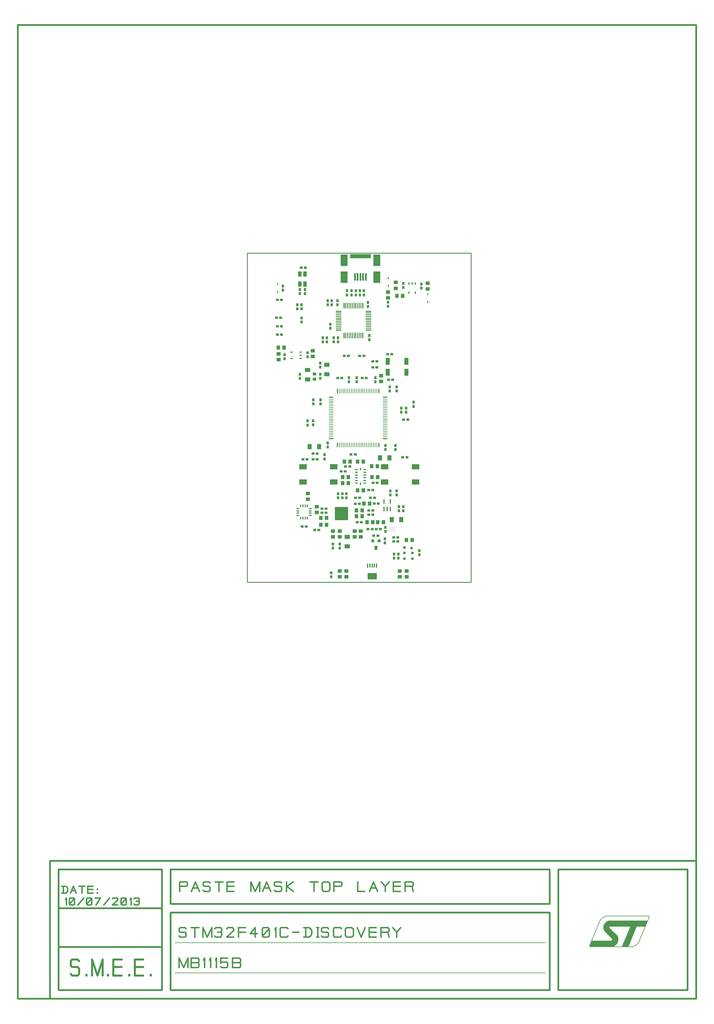
<source format=gbr>
G70*
%FSLAX55Y55*%
%ADD11C,0.01000*%
%ADD12C,0.00800*%
%ADD13C,0.02000*%
%ADD14R,0.03700X0.03000*%
%ADD15R,0.04724X0.04331*%
%ADD16R,0.01772X0.02362*%
%ADD17R,0.03000X0.03700*%
%ADD18R,0.04331X0.04724*%
%ADD19R,0.03000X0.01600*%
%ADD20O,0.03740X0.01181*%
%ADD21O,0.01181X0.03740*%
%ADD22R,0.08504X0.05984*%
%ADD23R,0.01968X0.00393*%
%ADD24R,0.00393X0.01968*%
%ADD25R,0.15354X0.15354*%
%ADD26R,0.06000X0.05000*%
%ADD27R,0.01600X0.03000*%
%ADD28C,0.00866*%
%ADD29R,0.01772X0.05315*%
%ADD30R,0.01181X0.04921*%
%ADD31R,0.10630X0.07480*%
%ADD32R,0.05000X0.06000*%
%ADD33O,0.07100X0.01013*%
%ADD34O,0.07100X0.01000*%
%ADD35O,0.01013X0.07100*%
%ADD36O,0.01000X0.07100*%
%ADD37C,0.03150*%
%ADD38R,0.04000X0.03500*%
%ADD39R,0.04331X0.05906*%
%ADD40R,0.05118X0.07874*%
%ADD41R,0.02000X0.09055*%
%ADD42R,0.07874X0.13780*%
%ADD43R,0.24409X0.04724*%
%ADD44R,0.03600X0.03600*%
%ADD45R,0.03600X0.05000*%
%ADD46O,0.01206X0.05606*%
%ADD47O,0.00406X0.05606*%
%ADD48O,0.05606X0.01206*%
%ADD49O,0.05606X0.00406*%
%ADD50C,0.01500*%
%ADD51C,0.02480*%
%ADD52C,0.01575*%
D11*
X285837Y503106D02*
X545679Y503106D01*
X545679Y884995*
X285837Y884995*
X285837Y503106*
D12*
G36*
X685758Y86846D02*
X708712Y86856D01*
X709758Y88946*
X700758Y97946*
X699558Y100646*
X699558Y103946*
X699858Y105146*
X701058Y107246*
X702258Y108446*
X703758Y109346*
X705558Y109946*
X707658Y110246*
X750258Y110246*
X747858Y103946*
X747558Y103646*
X737658Y103646*
X728058Y80846*
X721158Y80846*
X730458Y102746*
X730458Y103646*
X706758Y103646*
X706158Y103346*
X705858Y102746*
X705858Y101846*
X706158Y101546*
X714858Y93146*
X715758Y91646*
X716058Y90146*
X716358Y89846*
X716358Y87146*
G75*
G02X711558Y80846I-08949J01839*
G01X683358Y80846*
X683358Y81446*
X685458Y86546*
X685758Y86846*
G37*
X708712Y86856*
X709758Y88946*
X700758Y97946*
X699558Y100646*
X699558Y103946*
X699858Y105146*
X701058Y107246*
X702258Y108446*
X703758Y109346*
X705558Y109946*
X707658Y110246*
X750258Y110246*
X747858Y103946*
X747558Y103646*
X737658Y103646*
X728058Y80846*
X721158Y80846*
X730458Y102746*
X730458Y103646*
X706758Y103646*
X706158Y103346*
X705858Y102746*
X705858Y101846*
X706158Y101546*
X714858Y93146*
X715758Y91646*
X716058Y90146*
X716358Y89846*
X716358Y87146*
G75*
G02X711558Y80846I-08949J01839*
G01X683358Y80846*
X683358Y81446*
X685458Y86546*
X685758Y86846*
X202005Y49738D02*
X632005Y49738D01*
D13*
X197005Y129738D02*
X637005Y129738D01*
X67005Y29738D02*
X187005Y29738D01*
D12*
X202005Y84738D02*
X632005Y84738D01*
D13*
X197005Y119738D02*
X637005Y119738D01*
D12*
X683958Y80246D02*
X683358Y80846D01*
X683358Y81446*
X695358Y110546*
G75*
G02X701958Y115646I08543J-04235*
G01X751758Y115646*
X752058Y115346*
X752058Y114146*
X740058Y85346*
G75*
G02X733458Y80246I-08825J04600*
G01X683958Y80246*
D13*
X637005Y129738D02*
X637005Y169738D01*
X57005Y179738D02*
X807005Y179738D01*
X67005Y124738D02*
X187005Y124738D01*
X67005Y169738D02*
X187005Y169738D01*
X197005Y169738D02*
X637005Y169738D01*
X197005Y29738D02*
X197005Y119738D01*
X197005Y129738D02*
X197005Y169738D01*
X67005Y29738D02*
X67005Y169738D01*
X637005Y29738D02*
X637005Y119738D01*
X647005Y169738D02*
X797005Y169738D01*
X647005Y29738D02*
X797005Y29738D01*
X19604Y19738D02*
X19604Y1149659D01*
X19604Y19738D02*
X807005Y19738D01*
X57005Y19738D02*
X57005Y179738D01*
X187005Y29738D02*
X187005Y169738D01*
X647005Y29738D02*
X647005Y169738D01*
X797005Y29738D02*
X797005Y169738D01*
X67005Y79738D02*
X187005Y79738D01*
X807005Y19738D02*
X807005Y1149659D01*
X197005Y29738D02*
X637005Y29738D01*
X19604Y1149659D02*
X807005Y1149659D01*
D14*
X431506Y586570D03*
X426782Y586570D03*
D15*
X393120Y562358D03*
X393120Y555665D03*
D16*
X449616Y847031D03*
X449616Y856031D03*
D17*
X391152Y782043D03*
X391152Y786767D03*
D18*
X420679Y609798D03*
X413986Y609798D03*
D14*
X471073Y647987D03*
X466349Y647987D03*
D17*
X451978Y609011D03*
X451978Y604287D03*
X406703Y841294D03*
X406703Y836570D03*
D14*
X472057Y691688D03*
X467333Y691688D03*
D15*
X356112Y606255D03*
X356112Y599562D03*
X385246Y562358D03*
X385246Y555665D03*
D14*
X348435Y868066D03*
X353160Y868066D03*
X428750Y601137D03*
X433474Y601137D03*
D19*
X347845Y762751D03*
X347845Y766491D03*
X347845Y770232D03*
X337215Y770232D03*
X337215Y762751D03*
D14*
X320876Y800153D03*
X325600Y800153D03*
D15*
X410640Y555665D03*
X410640Y562358D03*
D20*
X412608Y633814D03*
X412608Y630665D03*
X412608Y627515D03*
X412608Y624365D03*
X412608Y621216D03*
X412608Y618066D03*
D21*
X417333Y617279D03*
D20*
X422057Y618066D03*
X422057Y621216D03*
X422057Y624365D03*
X422057Y627515D03*
X422057Y630665D03*
X422057Y633814D03*
D21*
X417333Y634602D03*
D17*
X385246Y547594D03*
X385246Y542869D03*
D18*
X321860Y775546D03*
X328553Y775546D03*
D17*
X412805Y735783D03*
X412805Y740507D03*
D14*
X431506Y581452D03*
X426782Y581452D03*
D15*
X322254Y761373D03*
X322254Y768066D03*
D17*
X362608Y714917D03*
X362608Y710192D03*
X421270Y841294D03*
X421270Y836570D03*
D18*
X396663Y618066D03*
X403356Y618066D03*
X437215Y572791D03*
X443908Y572791D03*
D17*
X464577Y705074D03*
X464577Y700350D03*
D14*
X435443Y564917D03*
X440167Y564917D03*
X320876Y790310D03*
X325600Y790310D03*
D17*
X403947Y740507D03*
X403947Y735783D03*
X378356Y782043D03*
X378356Y786767D03*
X445482Y553499D03*
X445482Y548775D03*
X391152Y605665D03*
X391152Y600940D03*
D18*
X419104Y586570D03*
X412411Y586570D03*
D17*
X425994Y827909D03*
X425994Y823184D03*
X457884Y657043D03*
X457884Y661767D03*
D18*
X421073Y594444D03*
X427766Y594444D03*
D14*
X418120Y572791D03*
X413396Y572791D03*
D22*
X445245Y637054D03*
X445245Y619337D03*
X481071Y619337D03*
X481071Y637054D03*
D17*
X485640Y534995D03*
X485640Y539720D03*
X466939Y845035D03*
X466939Y849759D03*
D23*
X383790Y591491D03*
X383790Y589523D03*
X383790Y587554D03*
X383790Y585586D03*
X383790Y583617D03*
X383790Y581649D03*
X383790Y579680D03*
X383790Y577712D03*
X383790Y575743D03*
X383790Y573775D03*
D24*
X386231Y571334D03*
X388199Y571334D03*
X390168Y571334D03*
X392136Y571334D03*
X394105Y571334D03*
X396073Y571334D03*
X398042Y571334D03*
X400010Y571334D03*
X401979Y571334D03*
X403947Y571334D03*
D23*
X406388Y573775D03*
X406388Y575743D03*
X406388Y577712D03*
X406388Y579680D03*
X406388Y581649D03*
X406388Y583617D03*
X406388Y585586D03*
X406388Y587554D03*
X406388Y589523D03*
X406388Y591491D03*
D24*
X403947Y593932D03*
X401979Y593932D03*
X400010Y593932D03*
X398042Y593932D03*
X396073Y593932D03*
X394105Y593932D03*
X392136Y593932D03*
X390168Y593932D03*
X388199Y593932D03*
X386231Y593932D03*
D25*
X395089Y582633D03*
D17*
X346860Y838145D03*
X346860Y842869D03*
X461034Y535783D03*
X461034Y531058D03*
D21*
X355620Y591688D03*
X353061Y591688D03*
X350502Y591688D03*
X347943Y591688D03*
D20*
X344695Y588440D03*
X344695Y585881D03*
X344695Y583322D03*
X344695Y580763D03*
D21*
X347943Y577515D03*
X350502Y577515D03*
X353061Y577515D03*
X355620Y577515D03*
D20*
X358868Y580763D03*
X358868Y583322D03*
X358868Y585881D03*
X358868Y588440D03*
D14*
X320876Y830665D03*
X325600Y830665D03*
D17*
X400994Y605665D03*
X400994Y600940D03*
D26*
X378356Y744456D03*
X378356Y755456D03*
D27*
X480911Y849842D03*
X477171Y849842D03*
X473431Y849842D03*
X473431Y839212D03*
X480911Y839212D03*
D14*
X390758Y740113D03*
X395482Y740113D03*
X416349Y765704D03*
X421073Y765704D03*
X377175Y588539D03*
X372451Y588539D03*
D26*
X355719Y738550D03*
X355719Y749550D03*
D18*
X424813Y572791D03*
X431506Y572791D03*
D28*
X450797Y564031D03*
X450797Y565999D03*
X452766Y562062D03*
X452766Y564031D03*
X452766Y565999D03*
X454734Y562062D03*
X454734Y564031D03*
X454734Y565999D03*
X456703Y562062D03*
X456703Y564031D03*
X456703Y565999D03*
D29*
X444498Y588243D03*
X448238Y588243D03*
X451978Y588243D03*
X451978Y596708D03*
X444498Y596708D03*
D14*
X433081Y594444D03*
X437805Y594444D03*
D30*
X435876Y522595D03*
X433317Y522595D03*
X430758Y522595D03*
X428199Y522595D03*
X425640Y522595D03*
D31*
X430758Y509997D03*
D14*
X411427Y601137D03*
X416152Y601137D03*
D17*
X459065Y729680D03*
X459065Y724956D03*
D18*
X430522Y625153D03*
X437215Y625153D03*
D15*
X441349Y735979D03*
X441349Y742672D03*
D18*
X413986Y643263D03*
X420679Y643263D03*
D17*
X383278Y514129D03*
X383278Y509405D03*
D18*
X419104Y579680D03*
X412411Y579680D03*
D17*
X327175Y846806D03*
X327175Y842082D03*
X348829Y820428D03*
X348829Y825153D03*
X379144Y829877D03*
X379144Y825153D03*
D15*
X495286Y843460D03*
X495286Y850153D03*
D17*
X393120Y542869D03*
X393120Y547594D03*
X370482Y744444D03*
X370482Y739720D03*
X461821Y586176D03*
X461821Y590901D03*
D18*
X377766Y577712D03*
X371073Y577712D03*
D14*
X399616Y631846D03*
X394892Y631846D03*
D17*
X355719Y690310D03*
X355719Y685586D03*
X478750Y707239D03*
X478750Y711964D03*
X446073Y562161D03*
X446073Y566885D03*
X451191Y729680D03*
X451191Y724956D03*
D16*
X321270Y839944D03*
X321270Y848944D03*
D17*
X383868Y829877D03*
X383868Y825153D03*
X459065Y609011D03*
X459065Y604287D03*
D32*
X369093Y660389D03*
X358093Y660389D03*
D33*
X391742Y817476D03*
D34*
X391742Y815507D03*
X391742Y813539D03*
X391742Y811570D03*
X391742Y809602D03*
X391742Y807633D03*
X391742Y805665D03*
X391742Y803696D03*
X391742Y801728D03*
X391742Y799759D03*
X391742Y797791D03*
D33*
X391742Y795822D03*
D35*
X398238Y789326D03*
D36*
X400207Y789326D03*
X402175Y789326D03*
X404144Y789326D03*
X406112Y789326D03*
X408081Y789326D03*
X410049Y789326D03*
X412018Y789326D03*
X413986Y789326D03*
X415955Y789326D03*
X417923Y789326D03*
D35*
X419892Y789326D03*
D33*
X426388Y795822D03*
D34*
X426388Y797791D03*
X426388Y799759D03*
X426388Y801728D03*
X426388Y803696D03*
X426388Y805665D03*
X426388Y807633D03*
X426388Y809602D03*
X426388Y811570D03*
X426388Y813539D03*
X426388Y815507D03*
D33*
X426388Y817475D03*
D35*
X419892Y823972D03*
D36*
X417923Y823972D03*
X415955Y823972D03*
X413986Y823972D03*
X412018Y823972D03*
X410049Y823972D03*
X408081Y823972D03*
X406112Y823972D03*
X404144Y823972D03*
X402175Y823972D03*
X400207Y823972D03*
D35*
X398238Y823972D03*
D14*
X411034Y651531D03*
X406309Y651531D03*
D17*
X373435Y786767D03*
X373435Y782043D03*
X382293Y802515D03*
X382293Y797791D03*
D14*
X455719Y555074D03*
X460443Y555074D03*
D32*
X453565Y575743D03*
X464565Y575743D03*
D18*
X377766Y569838D03*
X371073Y569838D03*
D14*
X426782Y610192D03*
X431506Y610192D03*
D17*
X411821Y841294D03*
X411821Y836570D03*
X352766Y838145D03*
X352766Y842869D03*
D18*
X398632Y643263D03*
X405325Y643263D03*
D17*
X401585Y841294D03*
X401585Y836570D03*
X487805Y849169D03*
X487805Y844444D03*
D37*
X468132Y543491D03*
X468132Y536995D03*
X468132Y530499D03*
X477384Y530499D03*
X477384Y536995D03*
X476557Y542704D03*
D15*
X417530Y555665D03*
X417530Y562358D03*
D17*
X434459Y740507D03*
X434459Y735783D03*
D14*
X372451Y583617D03*
X377175Y583617D03*
D16*
X495286Y837527D03*
X495286Y828527D03*
D17*
X470089Y705074D03*
X470089Y700350D03*
D18*
X430128Y637751D03*
X436821Y637751D03*
D17*
X466939Y590901D03*
X466939Y586176D03*
D14*
X419146Y739995D03*
X423870Y739995D03*
X366939Y645625D03*
X362215Y645625D03*
D15*
X458278Y844247D03*
X458278Y850940D03*
D14*
X319892Y809995D03*
X324616Y809995D03*
D17*
X370482Y757436D03*
X370482Y752712D03*
X355758Y769357D03*
X355758Y764633D03*
D15*
X361821Y771806D03*
X361821Y765113D03*
D17*
X348829Y809798D03*
X348829Y805074D03*
D14*
X400010Y637357D03*
X404734Y637357D03*
X448829Y767672D03*
X453553Y767672D03*
D18*
X459656Y835586D03*
X466349Y835586D03*
D26*
X401978Y555653D03*
X401978Y544653D03*
D17*
X343908Y825153D03*
X343908Y820428D03*
X370876Y714917D03*
X370876Y710192D03*
D14*
X431506Y752318D03*
X436230Y752318D03*
D38*
X363816Y744925D03*
X363816Y738925D03*
D17*
X446270Y661767D03*
X446270Y657043D03*
X329144Y767082D03*
X329144Y762357D03*
X362215Y685783D03*
X362215Y690507D03*
D14*
X415758Y594247D03*
X411034Y594247D03*
D17*
X390561Y829877D03*
X390561Y825153D03*
X449223Y828106D03*
X449223Y823381D03*
D14*
X436624Y618460D03*
X431900Y618460D03*
X355128Y645625D03*
X350404Y645625D03*
X364183Y563932D03*
X368908Y563932D03*
D15*
X366545Y590901D03*
X366545Y584208D03*
D17*
X396073Y605665D03*
X396073Y600940D03*
D14*
X425994Y564917D03*
X430719Y564917D03*
D32*
X439786Y647594D03*
X450786Y647594D03*
D17*
X456112Y531058D03*
X456112Y535783D03*
D18*
X470482Y552121D03*
X477175Y552121D03*
D39*
X352711Y860901D03*
X352711Y849090D03*
X346805Y849090D03*
X346805Y860901D03*
D14*
X437411Y557043D03*
X432687Y557043D03*
D17*
X386230Y782043D03*
X386230Y786767D03*
X427569Y789326D03*
X427569Y784602D03*
D15*
X470876Y509405D03*
X470876Y516098D03*
D17*
X346860Y744444D03*
X346860Y739720D03*
D14*
X362215Y652515D03*
X366939Y652515D03*
D15*
X449223Y833224D03*
X449223Y839917D03*
D40*
X449026Y746806D03*
X470679Y746806D03*
X470679Y759405D03*
X449026Y759405D03*
D14*
X403160Y765704D03*
X398435Y765704D03*
D15*
X393120Y509405D03*
X393120Y516098D03*
X400994Y509405D03*
X400994Y516098D03*
D14*
X455719Y550350D03*
X460443Y550350D03*
D17*
X379341Y659995D03*
X379341Y664720D03*
X375404Y650940D03*
X375404Y646216D03*
D14*
X431506Y759405D03*
X436230Y759405D03*
D15*
X463002Y509405D03*
X463002Y516098D03*
D18*
X396663Y625153D03*
X403356Y625153D03*
D14*
X354144Y567869D03*
X349419Y567869D03*
D17*
X416545Y841294D03*
X416545Y836570D03*
D22*
X386271Y619337D03*
X386271Y637054D03*
X350445Y637054D03*
X350445Y619337D03*
D41*
X423460Y857440D03*
X420310Y857440D03*
X417160Y857440D03*
X414010Y857440D03*
X410860Y857440D03*
D42*
X398066Y857243D03*
X398066Y876928D03*
X436255Y857243D03*
X436255Y876928D03*
D43*
X417171Y881456D03*
D14*
X449813Y738145D03*
X454537Y738145D03*
D44*
X438996Y551003D03*
X431496Y551003D03*
D45*
X435196Y543003D03*
D46*
X438449Y725200D03*
D47*
X436087Y725200D03*
X434118Y725200D03*
X432150Y725200D03*
X430181Y725200D03*
X428213Y725200D03*
X426244Y725200D03*
X424276Y725200D03*
X422307Y725200D03*
X420339Y725200D03*
X418370Y725200D03*
X416402Y725200D03*
X414433Y725200D03*
X412465Y725200D03*
X410496Y725200D03*
X408528Y725200D03*
X406559Y725200D03*
X404591Y725200D03*
X402622Y725200D03*
X400654Y725200D03*
X398685Y725200D03*
X396717Y725200D03*
X394748Y725200D03*
X392780Y725200D03*
D46*
X390417Y725200D03*
D48*
X383134Y717916D03*
D49*
X383134Y715554D03*
X383134Y713585D03*
X383134Y711617D03*
X383134Y709648D03*
X383134Y707680D03*
X383134Y705711D03*
X383134Y703743D03*
X383134Y701774D03*
X383134Y699806D03*
X383134Y697837D03*
X383134Y695869D03*
X383134Y693900D03*
X383134Y691932D03*
X383134Y689963D03*
X383134Y687995D03*
X383134Y686026D03*
X383134Y684058D03*
X383134Y682089D03*
X383134Y680121D03*
X383134Y678152D03*
X383134Y676184D03*
X383134Y674215D03*
X383134Y672247D03*
D48*
X383134Y669885D03*
D46*
X390417Y662601D03*
D47*
X392780Y662601D03*
X394748Y662601D03*
X396717Y662601D03*
X398685Y662601D03*
X400654Y662601D03*
X402622Y662601D03*
X404591Y662601D03*
X406559Y662601D03*
X408528Y662601D03*
X410496Y662601D03*
X412465Y662601D03*
X414433Y662601D03*
X416402Y662601D03*
X418370Y662601D03*
X420339Y662601D03*
X422307Y662601D03*
X424276Y662601D03*
X426244Y662601D03*
X428213Y662601D03*
X430181Y662601D03*
X432150Y662601D03*
X434118Y662601D03*
X436087Y662601D03*
D46*
X438449Y662601D03*
D48*
X445732Y669885D03*
D49*
X445732Y672247D03*
X445732Y674215D03*
X445732Y676184D03*
X445732Y678152D03*
X445732Y680121D03*
X445732Y682089D03*
X445732Y684058D03*
X445732Y686026D03*
X445732Y687995D03*
X445732Y689963D03*
X445732Y691932D03*
X445732Y693900D03*
X445732Y695869D03*
X445732Y697837D03*
X445732Y699806D03*
X445732Y701774D03*
X445732Y703743D03*
X445732Y705711D03*
X445732Y707680D03*
X445732Y709648D03*
X445732Y711617D03*
X445732Y713585D03*
X445732Y715554D03*
D48*
X445732Y717916D03*
D50*
X70558Y140355D02*
X70558Y150355*
X74725Y150355D01*
X76392Y149522*
X77225Y147855*
X77225Y144938*
X76392Y143272*
X74725Y142438*
X70558Y142438*
X72225Y142438D02*
X72225Y150355D01*
X80558Y142438D02*
X83891Y150355D01*
X87225Y142438*
X81808Y145355D02*
X85975Y145355D01*
X90558Y150355D02*
X97224Y150355D01*
X93891Y150355D02*
X93891Y142438D01*
X106391Y142438D02*
X100557Y142438D01*
X100557Y150355*
X106391Y150355*
X106391Y146605D02*
X100557Y146605D01*
X111807Y142438D02*
X111599Y142438D01*
X111599Y142855*
X111807Y142855*
X111807Y142438*
X111807Y146605D02*
X111599Y146605D01*
X111599Y147022*
X111807Y147022*
X111807Y146605*
D51*
X80758Y41846D02*
X80758Y48735*
X82136Y46767D01*
X89026Y46767*
X90404Y48735*
X90404Y54641*
X89026Y56609*
X82136Y56609*
X80758Y58578*
X80758Y63499*
X82136Y65468*
X89026Y65468*
X90404Y63499*
X99360Y46767D02*
X99016Y46767D01*
X99016Y47751*
X99360Y47751*
X99360Y46767*
X105561Y46767D02*
X105561Y65468D01*
X111762Y46767*
X117963Y65468*
X117963Y46767*
X124163Y46767D02*
X123819Y46767D01*
X123819Y47751*
X124163Y47751*
X124163Y46767*
X140010Y46767D02*
X130364Y46767D01*
X130364Y65468*
X140010Y65468*
X140010Y56609D02*
X130364Y56609D01*
X148967Y46767D02*
X148622Y46767D01*
X148622Y47751*
X148967Y47751*
X148967Y46767*
X164813Y46767D02*
X155167Y46767D01*
X155167Y65468*
X164813Y65468*
X164813Y56609D02*
X155167Y56609D01*
X173770Y46767D02*
X173425Y46767D01*
X173425Y47751*
X173770Y47751*
X173770Y46767*
D52*
X206611Y53203D02*
X206611Y56073*
X206611Y66982D01*
X211779Y56073*
X216946Y66982*
X216946Y56073*
X220391Y56073D02*
X220391Y66982D01*
X228429Y66982*
X229577Y65834*
X229577Y62963*
X228429Y61815*
X220391Y61815D02*
X228429Y61815D01*
X229577Y60666*
X229577Y57222*
X228429Y56073*
X220391Y56073*
X236179Y56073D02*
X236179Y66982D01*
X235031Y64685*
X243069Y56073D02*
X243069Y66982D01*
X241921Y64685*
X249959Y56073D02*
X249959Y66982D01*
X248810Y64685*
X254839Y57222D02*
X255987Y56073D01*
X261728Y56073*
X262877Y57222*
X262877Y61241*
X261728Y62389*
X255987Y62389*
X254839Y61241*
X254839Y66982*
X262877Y66982*
X268618Y56073D02*
X268618Y66982D01*
X276656Y66982*
X277804Y65834*
X277804Y62963*
X276656Y61815*
X268618Y61815D02*
X276656Y61815D01*
X277804Y60666*
X277804Y57222*
X276656Y56073*
X268618Y56073*
X207097Y141688D02*
X207097Y144559*
X207097Y155468D01*
X215135Y155468*
X216283Y154319*
X216283Y151449*
X215135Y150300*
X207097Y150300*
X220876Y144559D02*
X225469Y155468D01*
X230062Y144559*
X222598Y148578D02*
X228340Y148578D01*
X234655Y145707D02*
X235803Y144559D01*
X241545Y144559*
X242693Y145707*
X242693Y149152*
X241545Y150300*
X235803Y150300*
X234655Y151449*
X234655Y154319*
X235803Y155468*
X241545Y155468*
X242693Y154319*
X248434Y155468D02*
X257621Y155468D01*
X253027Y155468D02*
X253027Y144559D01*
X270251Y144559D02*
X262213Y144559D01*
X262213Y155468*
X270251Y155468*
X270251Y150300D02*
X262213Y150300D01*
X285179Y141688D02*
X289772Y144559*
X289772Y155468D01*
X294939Y144559*
X300106Y155468*
X300106Y144559*
X303551Y144559D02*
X308144Y155468D01*
X312737Y144559*
X305273Y148578D02*
X311015Y148578D01*
X317330Y145707D02*
X318479Y144559D01*
X324220Y144559*
X325368Y145707*
X325368Y149152*
X324220Y150300*
X318479Y150300*
X317330Y151449*
X317330Y154319*
X318479Y155468*
X324220Y155468*
X325368Y154319*
X331109Y144559D02*
X331109Y155468D01*
X331109Y150300D02*
X331684Y150300D01*
X339147Y155468*
X331684Y150300D02*
X339147Y144559D01*
X354075Y141688D02*
X358668Y155468*
X367854Y155468D01*
X363261Y155468D02*
X363261Y144559D01*
X381633Y146281D02*
X379911Y144559D01*
X374170Y144559*
X372447Y146281*
X372447Y153745*
X374170Y155468*
X379911Y155468*
X381633Y153745*
X381633Y146281*
X386226Y144559D02*
X386226Y155468D01*
X394264Y155468*
X395413Y154319*
X395413Y151449*
X394264Y150300*
X386226Y150300*
X409192Y141688D02*
X421823Y144559*
X413785Y144559D01*
X413785Y155468*
X427564Y144559D02*
X432157Y155468D01*
X436750Y144559*
X429286Y148578D02*
X435028Y148578D01*
X441343Y155468D02*
X445936Y150300D01*
X450529Y155468*
X445936Y150300D02*
X445936Y144559D01*
X463160Y144559D02*
X455122Y144559D01*
X455122Y155468*
X463160Y155468*
X463160Y150300D02*
X455122Y150300D01*
X468902Y144559D02*
X468902Y155468D01*
X476940Y155468*
X478088Y154319*
X478088Y151449*
X476940Y150300*
X468902Y150300*
X475791Y150300D02*
X476940Y150300D01*
X478088Y144559*
X206611Y88636D02*
X206611Y92655*
X207760Y91506D01*
X213501Y91506*
X214649Y92655*
X214649Y96099*
X213501Y97248*
X207760Y97248*
X206611Y98396*
X206611Y101267*
X207760Y102415*
X213501Y102415*
X214649Y101267*
X220391Y102415D02*
X229577Y102415D01*
X224984Y102415D02*
X224984Y91506D01*
X234170Y91506D02*
X234170Y102415D01*
X239337Y91506*
X244504Y102415*
X244504Y91506*
X247949Y101267D02*
X249097Y102415D01*
X254839Y102415*
X255987Y101267*
X255987Y98396*
X254839Y97248*
X251394Y97248*
X254839Y97248*
X255987Y96099*
X255987Y93229*
X254839Y91506*
X249097Y91506*
X247949Y92655*
X261728Y101267D02*
X262876Y102415D01*
X268618Y102415*
X269766Y101267*
X269766Y98970*
X268618Y97822*
X261728Y91506*
X269766Y91506*
X275507Y91506D02*
X275507Y102415D01*
X283545Y102415*
X283545Y97248D02*
X275507Y97248D01*
X295028Y91506D02*
X295028Y102415D01*
X289287Y95525*
X297325Y95525*
X311104Y92655D02*
X309956Y91506D01*
X304214Y91506*
X303066Y92655*
X303066Y101267*
X304214Y102415*
X309956Y102415*
X311104Y101267*
X311104Y92655*
X303066Y92655D02*
X311104Y101267D01*
X318855Y91506D02*
X318855Y102415D01*
X317706Y100119*
X332921Y92655D02*
X331773Y91506D01*
X324883Y91506*
X323735Y92655*
X323735Y101267*
X324883Y102415*
X331773Y102415*
X332921Y101267*
X338662Y97248D02*
X345552Y97248D01*
X351293Y102415D02*
X357035Y102415D01*
X359331Y101267*
X360479Y98970*
X360479Y94951*
X359331Y92655*
X357035Y91506*
X351293Y91506*
X353590Y91506D02*
X353590Y102415D01*
X367369Y91506D02*
X367369Y102415D01*
X366221Y91506D02*
X368517Y91506D01*
X366221Y102415D02*
X368517Y102415D01*
X371962Y92655D02*
X373110Y91506D01*
X378852Y91506*
X380000Y92655*
X380000Y96099*
X378852Y97248*
X373110Y97248*
X371962Y98396*
X371962Y101267*
X373110Y102415*
X378852Y102415*
X380000Y101267*
X394927Y92655D02*
X393779Y91506D01*
X386889Y91506*
X385741Y92655*
X385741Y101267*
X386889Y102415*
X393779Y102415*
X394927Y101267*
X408707Y93229D02*
X406984Y91506D01*
X401243Y91506*
X399520Y93229*
X399520Y100693*
X401243Y102415*
X406984Y102415*
X408707Y100693*
X408707Y93229*
X413300Y102415D02*
X417893Y91506D01*
X422486Y102415*
X435117Y91506D02*
X427079Y91506D01*
X427079Y102415*
X435117Y102415*
X435117Y97248D02*
X427079Y97248D01*
X440858Y91506D02*
X440858Y102415D01*
X448896Y102415*
X450044Y101267*
X450044Y98396*
X448896Y97248*
X440858Y97248*
X447748Y97248D02*
X448896Y97248D01*
X450044Y91506*
X454637Y102415D02*
X459230Y97248D01*
X463824Y102415*
X459230Y97248D02*
X459230Y91506D01*
D50*
X74258Y126846D02*
X75716Y128929*
X75716Y136846D01*
X74883Y135179*
X85091Y129762D02*
X84258Y128929D01*
X80091Y128929*
X79258Y129762*
X79258Y136012*
X80091Y136846*
X84258Y136846*
X85091Y136012*
X85091Y129762*
X79258Y129762D02*
X85091Y136012D01*
X89257Y128929D02*
X95924Y136846D01*
X105090Y129762D02*
X104257Y128929D01*
X100090Y128929*
X99257Y129762*
X99257Y136012*
X100090Y136846*
X104257Y136846*
X105090Y136012*
X105090Y129762*
X99257Y129762D02*
X105090Y136012D01*
X109257Y136846D02*
X115090Y136846D01*
X110090Y128929*
X119257Y128929D02*
X125923Y136846D01*
X129256Y136012D02*
X130090Y136846D01*
X134256Y136846*
X135090Y136012*
X135090Y134346*
X134256Y133512*
X129256Y128929*
X135090Y128929*
X145089Y129762D02*
X144256Y128929D01*
X140089Y128929*
X139256Y129762*
X139256Y136012*
X140089Y136846*
X144256Y136846*
X145089Y136012*
X145089Y129762*
X139256Y129762D02*
X145089Y136012D01*
X150714Y128929D02*
X150714Y136846D01*
X149881Y135179*
X154255Y136012D02*
X155089Y136846D01*
X159255Y136846*
X160089Y136012*
X160089Y133929*
X159255Y133096*
X156755Y133096*
X159255Y133096*
X160089Y132262*
X160089Y130179*
X159255Y128929*
X155089Y128929*
X154255Y129762*
M02*

</source>
